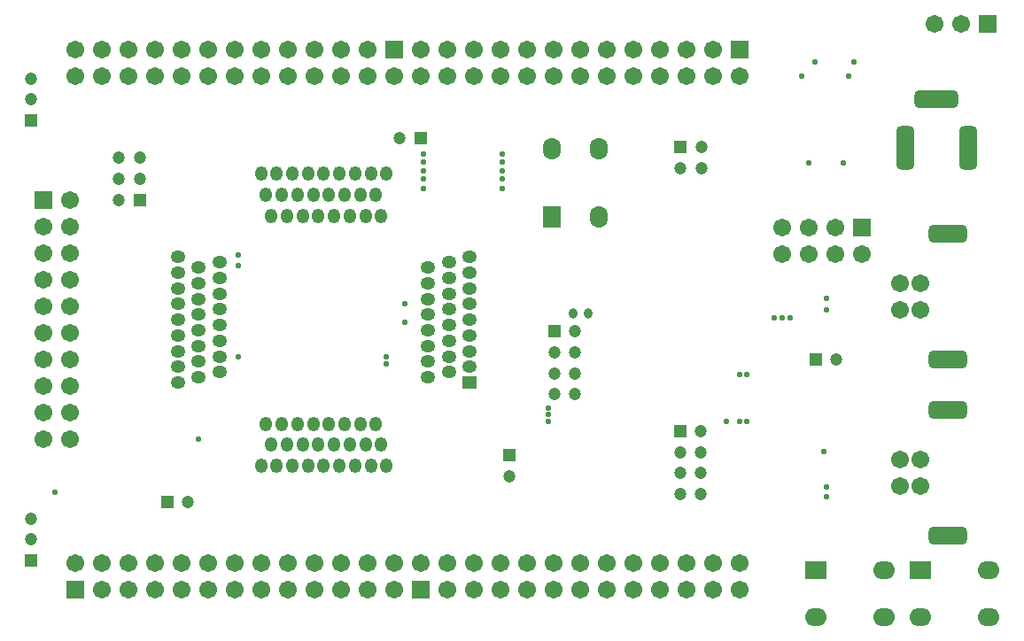
<source format=gbs>
G04*
G04 #@! TF.GenerationSoftware,Altium Limited,Altium Designer,19.1.7 (138)*
G04*
G04 Layer_Color=16711935*
%FSTAX24Y24*%
%MOIN*%
G70*
G01*
G75*
%ADD32R,0.0671X0.0671*%
G04:AMPARAMS|DCode=44|XSize=67.1mil|YSize=145.8mil|CornerRadius=18.8mil|HoleSize=0mil|Usage=FLASHONLY|Rotation=270.000|XOffset=0mil|YOffset=0mil|HoleType=Round|Shape=RoundedRectangle|*
%AMROUNDEDRECTD44*
21,1,0.0671,0.1083,0,0,270.0*
21,1,0.0295,0.1458,0,0,270.0*
1,1,0.0375,-0.0541,-0.0148*
1,1,0.0375,-0.0541,0.0148*
1,1,0.0375,0.0541,0.0148*
1,1,0.0375,0.0541,-0.0148*
%
%ADD44ROUNDEDRECTD44*%
%ADD45C,0.0671*%
%ADD46C,0.0474*%
%ADD47R,0.0474X0.0474*%
%ADD48R,0.0474X0.0474*%
G04:AMPARAMS|DCode=49|XSize=165.5mil|YSize=67.1mil|CornerRadius=18.8mil|HoleSize=0mil|Usage=FLASHONLY|Rotation=90.000|XOffset=0mil|YOffset=0mil|HoleType=Round|Shape=RoundedRectangle|*
%AMROUNDEDRECTD49*
21,1,0.1655,0.0295,0,0,90.0*
21,1,0.1280,0.0671,0,0,90.0*
1,1,0.0375,0.0148,0.0640*
1,1,0.0375,0.0148,-0.0640*
1,1,0.0375,-0.0148,-0.0640*
1,1,0.0375,-0.0148,0.0640*
%
%ADD49ROUNDEDRECTD49*%
G04:AMPARAMS|DCode=50|XSize=165.5mil|YSize=67.1mil|CornerRadius=18.8mil|HoleSize=0mil|Usage=FLASHONLY|Rotation=180.000|XOffset=0mil|YOffset=0mil|HoleType=Round|Shape=RoundedRectangle|*
%AMROUNDEDRECTD50*
21,1,0.1655,0.0295,0,0,180.0*
21,1,0.1280,0.0671,0,0,180.0*
1,1,0.0375,-0.0640,0.0148*
1,1,0.0375,0.0640,0.0148*
1,1,0.0375,0.0640,-0.0148*
1,1,0.0375,-0.0640,-0.0148*
%
%ADD50ROUNDEDRECTD50*%
%ADD51R,0.0671X0.0671*%
%ADD52O,0.0828X0.0671*%
%ADD53R,0.0828X0.0671*%
%ADD54O,0.0316X0.0395*%
%ADD55O,0.0671X0.0828*%
%ADD56R,0.0671X0.0828*%
%ADD57O,0.0552X0.0474*%
%ADD58R,0.0552X0.0474*%
%ADD59O,0.0474X0.0552*%
%ADD60C,0.0218*%
D32*
X042071Y025284D02*
D03*
X025475Y011665D02*
D03*
X024464Y031985D02*
D03*
X037475Y031985D02*
D03*
X012465Y011665D02*
D03*
D44*
X0453Y02505D02*
D03*
Y020326D02*
D03*
Y013691D02*
D03*
Y018415D02*
D03*
D45*
X043489Y022196D02*
D03*
X044276Y02318D02*
D03*
Y022196D02*
D03*
X043489Y02318D02*
D03*
X040071Y024283D02*
D03*
Y025283D02*
D03*
X041071D02*
D03*
Y024283D02*
D03*
X042071Y024283D02*
D03*
X039071Y025283D02*
D03*
Y024283D02*
D03*
X0458Y03295D02*
D03*
X0448D02*
D03*
X043489Y016545D02*
D03*
X044276Y015561D02*
D03*
Y016545D02*
D03*
X043489Y015561D02*
D03*
X011264Y021311D02*
D03*
Y022311D02*
D03*
X012264D02*
D03*
Y023311D02*
D03*
X011264D02*
D03*
X012264Y026311D02*
D03*
X012264Y025311D02*
D03*
X011264D02*
D03*
Y024311D02*
D03*
X012264D02*
D03*
X011264Y020311D02*
D03*
X012264D02*
D03*
Y021311D02*
D03*
Y019311D02*
D03*
X011264D02*
D03*
Y018311D02*
D03*
X012264D02*
D03*
X011264Y017311D02*
D03*
X012264D02*
D03*
X030475Y011665D02*
D03*
X029475D02*
D03*
Y012665D02*
D03*
X028475D02*
D03*
Y011665D02*
D03*
X025475Y012665D02*
D03*
X026475Y012665D02*
D03*
Y011665D02*
D03*
X027475D02*
D03*
Y012665D02*
D03*
X031475Y011665D02*
D03*
Y012665D02*
D03*
X030475D02*
D03*
X032475D02*
D03*
Y011665D02*
D03*
X033475D02*
D03*
Y012665D02*
D03*
X034475Y011665D02*
D03*
Y012665D02*
D03*
X035475Y011665D02*
D03*
Y012665D02*
D03*
X036475Y012666D02*
D03*
Y011666D02*
D03*
X037475Y012665D02*
D03*
Y011665D02*
D03*
X019465Y031985D02*
D03*
X020465D02*
D03*
Y030985D02*
D03*
X021465D02*
D03*
Y031985D02*
D03*
X024464Y030985D02*
D03*
X023465Y030985D02*
D03*
Y031985D02*
D03*
X022465D02*
D03*
Y030985D02*
D03*
X018465Y031985D02*
D03*
Y030985D02*
D03*
X019465D02*
D03*
X017465D02*
D03*
Y031985D02*
D03*
X016465D02*
D03*
Y030985D02*
D03*
X015465Y031985D02*
D03*
Y030985D02*
D03*
X014465Y031985D02*
D03*
Y030985D02*
D03*
X013465Y030985D02*
D03*
Y031985D02*
D03*
X012465Y030985D02*
D03*
Y031985D02*
D03*
X032475Y031985D02*
D03*
X033475D02*
D03*
Y030985D02*
D03*
X034475D02*
D03*
Y031985D02*
D03*
X037475Y030985D02*
D03*
X036475Y030985D02*
D03*
Y031985D02*
D03*
X035475D02*
D03*
Y030985D02*
D03*
X031475Y031985D02*
D03*
Y030985D02*
D03*
X032475D02*
D03*
X030475D02*
D03*
Y031985D02*
D03*
X029475D02*
D03*
Y030985D02*
D03*
X028475Y031985D02*
D03*
Y030985D02*
D03*
X027475Y031985D02*
D03*
Y030985D02*
D03*
X026475Y030985D02*
D03*
Y031985D02*
D03*
X025475Y030985D02*
D03*
Y031985D02*
D03*
X024464Y011665D02*
D03*
Y012665D02*
D03*
X023464Y011665D02*
D03*
Y012665D02*
D03*
X022465Y012665D02*
D03*
Y011665D02*
D03*
X021465Y012665D02*
D03*
Y011665D02*
D03*
X020465Y012665D02*
D03*
Y011665D02*
D03*
X019465D02*
D03*
Y012665D02*
D03*
X017465D02*
D03*
X018465D02*
D03*
Y011665D02*
D03*
X014465Y012665D02*
D03*
Y011665D02*
D03*
X013465D02*
D03*
Y012665D02*
D03*
X012465Y012665D02*
D03*
X015465Y011665D02*
D03*
Y012665D02*
D03*
X016465D02*
D03*
Y011665D02*
D03*
X017465D02*
D03*
D46*
X010787Y030894D02*
D03*
Y030107D02*
D03*
X041113Y020326D02*
D03*
X014902Y027904D02*
D03*
X014114D02*
D03*
Y027116D02*
D03*
X014902D02*
D03*
X014114Y026329D02*
D03*
X036017Y027523D02*
D03*
X03523D02*
D03*
X036017Y028311D02*
D03*
X036014Y017618D02*
D03*
X035226Y016831D02*
D03*
X036014D02*
D03*
Y016043D02*
D03*
X035226D02*
D03*
X035226Y015256D02*
D03*
X036014D02*
D03*
X031282Y021375D02*
D03*
X030494Y020588D02*
D03*
X031282D02*
D03*
Y0198D02*
D03*
X030494D02*
D03*
X030494Y019013D02*
D03*
X031282D02*
D03*
X024682Y028661D02*
D03*
X028789Y015915D02*
D03*
X016713Y014964D02*
D03*
X010787Y014331D02*
D03*
Y013543D02*
D03*
D47*
Y029319D02*
D03*
X028789Y016702D02*
D03*
X010787Y012756D02*
D03*
D48*
X040325Y020326D02*
D03*
X014902Y026329D02*
D03*
X03523Y028311D02*
D03*
X035226Y017618D02*
D03*
X030494Y021375D02*
D03*
X025469Y028661D02*
D03*
X015925Y014964D02*
D03*
D49*
X046063Y028278D02*
D03*
X043691D02*
D03*
D50*
X044872Y030108D02*
D03*
D51*
X0468Y03295D02*
D03*
X011264Y026311D02*
D03*
D52*
X046835Y0124D02*
D03*
Y010628D02*
D03*
X044276Y010628D02*
D03*
X0429Y0124D02*
D03*
Y010628D02*
D03*
X040341Y010628D02*
D03*
D53*
X044276Y0124D02*
D03*
X040341D02*
D03*
D54*
X031201Y022057D02*
D03*
X031752D02*
D03*
D55*
X030404Y028248D02*
D03*
X032175D02*
D03*
X032175Y025689D02*
D03*
D56*
X030404D02*
D03*
D57*
X027303Y024173D02*
D03*
X026516Y023976D02*
D03*
X025728Y02378D02*
D03*
X027303Y023583D02*
D03*
X026516Y023386D02*
D03*
X025728Y023189D02*
D03*
X027303Y022992D02*
D03*
X026516Y022795D02*
D03*
X025728Y022598D02*
D03*
X027303Y022402D02*
D03*
X026516Y022205D02*
D03*
X025728Y022008D02*
D03*
X027303Y021811D02*
D03*
X026516Y021614D02*
D03*
X025728Y021417D02*
D03*
X027303Y02122D02*
D03*
X026516Y021024D02*
D03*
X025728Y020827D02*
D03*
X027303Y02063D02*
D03*
X026516Y020433D02*
D03*
X025728Y020236D02*
D03*
X027303Y020039D02*
D03*
X026516Y019843D02*
D03*
X025728Y019646D02*
D03*
X016319Y024173D02*
D03*
X017894Y023976D02*
D03*
X017106Y02378D02*
D03*
X016319Y023583D02*
D03*
X017894Y023386D02*
D03*
X017106Y023189D02*
D03*
X016319Y022992D02*
D03*
X017894Y022795D02*
D03*
X017106Y022598D02*
D03*
X016319Y022402D02*
D03*
X017894Y022205D02*
D03*
X017106Y022008D02*
D03*
X016319Y021811D02*
D03*
X017894Y021614D02*
D03*
X017106Y021417D02*
D03*
X016319Y02122D02*
D03*
X017894Y021024D02*
D03*
X017106Y020827D02*
D03*
X016319Y02063D02*
D03*
X017894Y020433D02*
D03*
X017106Y020236D02*
D03*
X016319Y020039D02*
D03*
X017894Y019843D02*
D03*
X017106Y019646D02*
D03*
X016319Y019449D02*
D03*
D58*
X027303D02*
D03*
D59*
X024173Y027303D02*
D03*
X023976Y025728D02*
D03*
X02378Y026516D02*
D03*
X023583Y027303D02*
D03*
X023386Y025728D02*
D03*
X023189Y026516D02*
D03*
X022992Y027303D02*
D03*
X022795Y025728D02*
D03*
X022598Y026516D02*
D03*
X022402Y027303D02*
D03*
X022205Y025728D02*
D03*
X022008Y026516D02*
D03*
X021811Y027303D02*
D03*
X021614Y025728D02*
D03*
X021417Y026516D02*
D03*
X02122Y027303D02*
D03*
X021024Y025728D02*
D03*
X020827Y026516D02*
D03*
X02063Y027303D02*
D03*
X020433Y025728D02*
D03*
X020236Y026516D02*
D03*
X020039Y027303D02*
D03*
X019843Y025728D02*
D03*
X019646Y026516D02*
D03*
X019449Y027303D02*
D03*
Y016319D02*
D03*
X019646Y017894D02*
D03*
X019843Y017106D02*
D03*
X020039Y016319D02*
D03*
X020236Y017894D02*
D03*
X020433Y017106D02*
D03*
X02063Y016319D02*
D03*
X020827Y017894D02*
D03*
X021024Y017106D02*
D03*
X02122Y016319D02*
D03*
X021417Y017894D02*
D03*
X021614Y017106D02*
D03*
X021811Y016319D02*
D03*
X022008Y017894D02*
D03*
X022205Y017106D02*
D03*
X022402Y016319D02*
D03*
X022598Y017894D02*
D03*
X022795Y017106D02*
D03*
X022992Y016319D02*
D03*
X023189Y017894D02*
D03*
X023386Y017106D02*
D03*
X023583Y016319D02*
D03*
X02378Y017894D02*
D03*
X023976Y017106D02*
D03*
X024173Y016319D02*
D03*
D60*
X041782Y03151D02*
D03*
X041552Y030985D02*
D03*
X039803Y030994D02*
D03*
X018593Y023839D02*
D03*
Y024252D02*
D03*
X037475Y017972D02*
D03*
Y019744D02*
D03*
X037746Y017972D02*
D03*
Y019744D02*
D03*
X028535Y026766D02*
D03*
X03937Y02188D02*
D03*
X03878Y021881D02*
D03*
X039071D02*
D03*
X040071Y027709D02*
D03*
X04137D02*
D03*
X024173Y020433D02*
D03*
Y020138D02*
D03*
X04062Y01686D02*
D03*
X040718Y022628D02*
D03*
X0117Y015315D02*
D03*
X024855Y022402D02*
D03*
X030256Y017972D02*
D03*
Y018496D02*
D03*
X030257Y018239D02*
D03*
X036978Y01797D02*
D03*
X018593Y020433D02*
D03*
X040294Y03151D02*
D03*
X040718Y022196D02*
D03*
X017106Y017311D02*
D03*
X040718Y01551D02*
D03*
Y015165D02*
D03*
X025574Y027102D02*
D03*
X025571Y027431D02*
D03*
X028533Y028054D02*
D03*
X025571Y028051D02*
D03*
X028533Y027766D02*
D03*
X025571D02*
D03*
X028533Y027431D02*
D03*
X028535Y027102D02*
D03*
X025574Y026766D02*
D03*
X024855Y021705D02*
D03*
M02*

</source>
